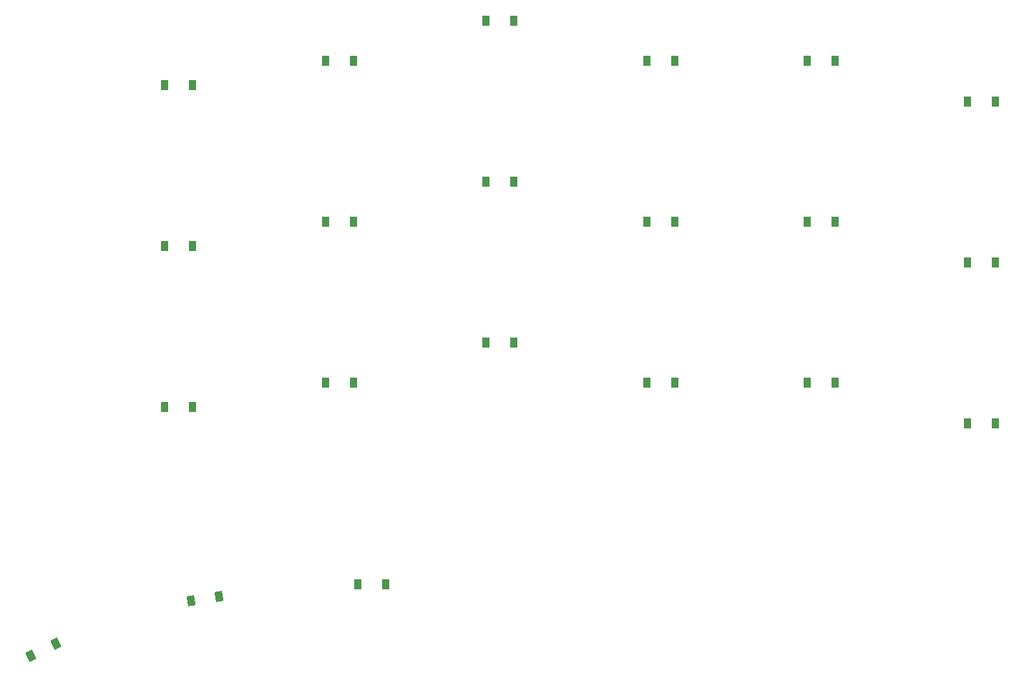
<source format=gbr>
%TF.GenerationSoftware,KiCad,Pcbnew,7.0.9*%
%TF.CreationDate,2024-08-18T04:48:34-07:00*%
%TF.ProjectId,right,72696768-742e-46b6-9963-61645f706362,v1.0.0*%
%TF.SameCoordinates,Original*%
%TF.FileFunction,Paste,Top*%
%TF.FilePolarity,Positive*%
%FSLAX46Y46*%
G04 Gerber Fmt 4.6, Leading zero omitted, Abs format (unit mm)*
G04 Created by KiCad (PCBNEW 7.0.9) date 2024-08-18 04:48:34*
%MOMM*%
%LPD*%
G01*
G04 APERTURE LIST*
G04 Aperture macros list*
%AMRotRect*
0 Rectangle, with rotation*
0 The origin of the aperture is its center*
0 $1 length*
0 $2 width*
0 $3 Rotation angle, in degrees counterclockwise*
0 Add horizontal line*
21,1,$1,$2,0,0,$3*%
G04 Aperture macros list end*
%ADD10RotRect,0.900000X1.200000X25.000000*%
%ADD11RotRect,0.900000X1.200000X10.000000*%
%ADD12R,0.900000X1.200000*%
G04 APERTURE END LIST*
D10*
%TO.C,D1*%
X158974475Y-184434814D03*
X161965291Y-183040174D03*
%TD*%
D11*
%TO.C,D2*%
X177984415Y-177989363D03*
X181234281Y-177416325D03*
%TD*%
D12*
%TO.C,D3*%
X197650400Y-175980100D03*
X200950400Y-175980100D03*
%TD*%
%TO.C,D4*%
X269840400Y-156930100D03*
X273140400Y-156930100D03*
%TD*%
%TO.C,D5*%
X269840400Y-137880100D03*
X273140400Y-137880100D03*
%TD*%
%TO.C,D6*%
X269840400Y-118830100D03*
X273140400Y-118830100D03*
%TD*%
%TO.C,D7*%
X250840400Y-152167600D03*
X254140400Y-152167600D03*
%TD*%
%TO.C,D8*%
X250840400Y-133117600D03*
X254140400Y-133117600D03*
%TD*%
%TO.C,D9*%
X250840400Y-114067600D03*
X254140400Y-114067600D03*
%TD*%
%TO.C,D10*%
X231840400Y-152167600D03*
X235140400Y-152167600D03*
%TD*%
%TO.C,D11*%
X231840400Y-133117600D03*
X235140400Y-133117600D03*
%TD*%
%TO.C,D12*%
X231840400Y-114067600D03*
X235140400Y-114067600D03*
%TD*%
%TO.C,D13*%
X212840400Y-147405100D03*
X216140400Y-147405100D03*
%TD*%
%TO.C,D14*%
X212840400Y-128355100D03*
X216140400Y-128355100D03*
%TD*%
%TO.C,D15*%
X212840400Y-109305100D03*
X216140400Y-109305100D03*
%TD*%
%TO.C,D16*%
X193840400Y-152167600D03*
X197140400Y-152167600D03*
%TD*%
%TO.C,D17*%
X193840400Y-133117600D03*
X197140400Y-133117600D03*
%TD*%
%TO.C,D18*%
X193840400Y-114067600D03*
X197140400Y-114067600D03*
%TD*%
%TO.C,D19*%
X174840400Y-155025100D03*
X178140400Y-155025100D03*
%TD*%
%TO.C,D20*%
X174840400Y-135975100D03*
X178140400Y-135975100D03*
%TD*%
%TO.C,D21*%
X174840400Y-116925100D03*
X178140400Y-116925100D03*
%TD*%
M02*

</source>
